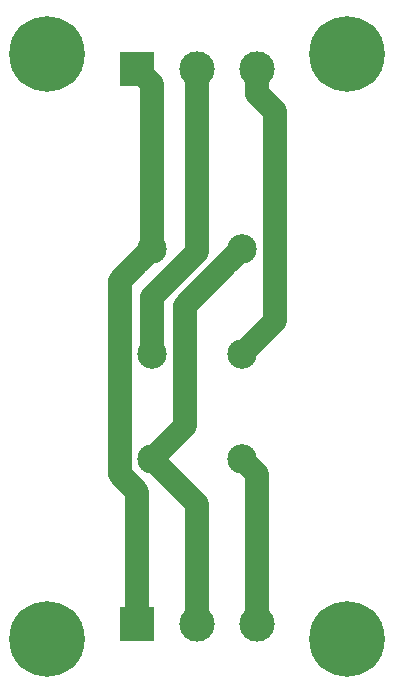
<source format=gbr>
G04 #@! TF.GenerationSoftware,KiCad,Pcbnew,(5.1.4-0-10_14)*
G04 #@! TF.CreationDate,2019-09-21T10:22:49-07:00*
G04 #@! TF.ProjectId,9A_9AJ_Heater_Helper,39415f39-414a-45f4-9865-617465725f48,1.0*
G04 #@! TF.SameCoordinates,Original*
G04 #@! TF.FileFunction,Copper,L1,Top*
G04 #@! TF.FilePolarity,Positive*
%FSLAX46Y46*%
G04 Gerber Fmt 4.6, Leading zero omitted, Abs format (unit mm)*
G04 Created by KiCad (PCBNEW (5.1.4-0-10_14)) date 2019-09-21 10:22:49*
%MOMM*%
%LPD*%
G04 APERTURE LIST*
%ADD10C,2.500000*%
%ADD11C,6.400000*%
%ADD12C,3.000000*%
%ADD13R,3.000000X3.000000*%
%ADD14C,2.000000*%
G04 APERTURE END LIST*
D10*
X138430000Y-88900000D03*
X146050000Y-88900000D03*
X138430000Y-97790000D03*
X146050000Y-97790000D03*
X138430000Y-106680000D03*
X146050000Y-106680000D03*
D11*
X129540000Y-121920000D03*
X129540000Y-72390000D03*
X154940000Y-121920000D03*
X154940000Y-72390000D03*
D12*
X147320000Y-73660000D03*
X142240000Y-73660000D03*
D13*
X137160000Y-73660000D03*
X137160000Y-120650000D03*
D12*
X142240000Y-120650000D03*
X147320000Y-120650000D03*
D14*
X148800001Y-77261321D02*
X147320000Y-75781320D01*
X148800001Y-95039999D02*
X148800001Y-77261321D01*
X147320000Y-75781320D02*
X147320000Y-73660000D01*
X146050000Y-97790000D02*
X148800001Y-95039999D01*
X142240000Y-75781320D02*
X142240000Y-73660000D01*
X142240000Y-89160002D02*
X142240000Y-75781320D01*
X138430000Y-92970002D02*
X142240000Y-89160002D01*
X138430000Y-97790000D02*
X138430000Y-92970002D01*
X135679999Y-108000001D02*
X135679999Y-91650001D01*
X137160000Y-109480002D02*
X135679999Y-108000001D01*
X137180001Y-90149999D02*
X138430000Y-88900000D01*
X135679999Y-91650001D02*
X137180001Y-90149999D01*
X137160000Y-120650000D02*
X137160000Y-109480002D01*
X138430000Y-74930000D02*
X137160000Y-73660000D01*
X138430000Y-88900000D02*
X138430000Y-74930000D01*
X147320000Y-107950000D02*
X146050000Y-106680000D01*
X147320000Y-120650000D02*
X147320000Y-107950000D01*
X142240000Y-110490000D02*
X138430000Y-106680000D01*
X142240000Y-120650000D02*
X142240000Y-110490000D01*
X144800001Y-90149999D02*
X146050000Y-88900000D01*
X141180001Y-93769999D02*
X144800001Y-90149999D01*
X141180001Y-103929999D02*
X141180001Y-93769999D01*
X138430000Y-106680000D02*
X141180001Y-103929999D01*
M02*

</source>
